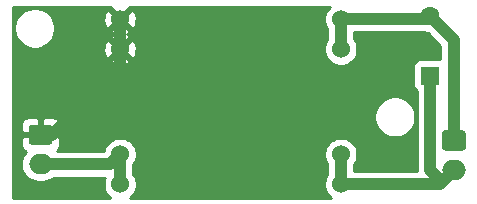
<source format=gbr>
G04 #@! TF.GenerationSoftware,KiCad,Pcbnew,5.1.5-52549c5~84~ubuntu18.04.1*
G04 #@! TF.CreationDate,2020-02-24T15:44:40+01:00*
G04 #@! TF.ProjectId,osat_dcdc_board,6f736174-5f64-4636-9463-5f626f617264,rev?*
G04 #@! TF.SameCoordinates,Original*
G04 #@! TF.FileFunction,Copper,L2,Bot*
G04 #@! TF.FilePolarity,Positive*
%FSLAX46Y46*%
G04 Gerber Fmt 4.6, Leading zero omitted, Abs format (unit mm)*
G04 Created by KiCad (PCBNEW 5.1.5-52549c5~84~ubuntu18.04.1) date 2020-02-24 15:44:40*
%MOMM*%
%LPD*%
G04 APERTURE LIST*
%ADD10C,0.100000*%
%ADD11O,2.000000X1.700000*%
%ADD12C,1.524000*%
%ADD13R,1.600000X1.600000*%
%ADD14C,1.600000*%
%ADD15C,1.000000*%
%ADD16C,0.254000*%
G04 APERTURE END LIST*
G04 #@! TA.AperFunction,ComponentPad*
D10*
G36*
X125774504Y-109151204D02*
G01*
X125798773Y-109154804D01*
X125822571Y-109160765D01*
X125845671Y-109169030D01*
X125867849Y-109179520D01*
X125888893Y-109192133D01*
X125908598Y-109206747D01*
X125926777Y-109223223D01*
X125943253Y-109241402D01*
X125957867Y-109261107D01*
X125970480Y-109282151D01*
X125980970Y-109304329D01*
X125989235Y-109327429D01*
X125995196Y-109351227D01*
X125998796Y-109375496D01*
X126000000Y-109400000D01*
X126000000Y-110600000D01*
X125998796Y-110624504D01*
X125995196Y-110648773D01*
X125989235Y-110672571D01*
X125980970Y-110695671D01*
X125970480Y-110717849D01*
X125957867Y-110738893D01*
X125943253Y-110758598D01*
X125926777Y-110776777D01*
X125908598Y-110793253D01*
X125888893Y-110807867D01*
X125867849Y-110820480D01*
X125845671Y-110830970D01*
X125822571Y-110839235D01*
X125798773Y-110845196D01*
X125774504Y-110848796D01*
X125750000Y-110850000D01*
X124250000Y-110850000D01*
X124225496Y-110848796D01*
X124201227Y-110845196D01*
X124177429Y-110839235D01*
X124154329Y-110830970D01*
X124132151Y-110820480D01*
X124111107Y-110807867D01*
X124091402Y-110793253D01*
X124073223Y-110776777D01*
X124056747Y-110758598D01*
X124042133Y-110738893D01*
X124029520Y-110717849D01*
X124019030Y-110695671D01*
X124010765Y-110672571D01*
X124004804Y-110648773D01*
X124001204Y-110624504D01*
X124000000Y-110600000D01*
X124000000Y-109400000D01*
X124001204Y-109375496D01*
X124004804Y-109351227D01*
X124010765Y-109327429D01*
X124019030Y-109304329D01*
X124029520Y-109282151D01*
X124042133Y-109261107D01*
X124056747Y-109241402D01*
X124073223Y-109223223D01*
X124091402Y-109206747D01*
X124111107Y-109192133D01*
X124132151Y-109179520D01*
X124154329Y-109169030D01*
X124177429Y-109160765D01*
X124201227Y-109154804D01*
X124225496Y-109151204D01*
X124250000Y-109150000D01*
X125750000Y-109150000D01*
X125774504Y-109151204D01*
G37*
G04 #@! TD.AperFunction*
D11*
X125000000Y-112500000D03*
X160000000Y-113000000D03*
G04 #@! TA.AperFunction,ComponentPad*
D10*
G36*
X160774504Y-109651204D02*
G01*
X160798773Y-109654804D01*
X160822571Y-109660765D01*
X160845671Y-109669030D01*
X160867849Y-109679520D01*
X160888893Y-109692133D01*
X160908598Y-109706747D01*
X160926777Y-109723223D01*
X160943253Y-109741402D01*
X160957867Y-109761107D01*
X160970480Y-109782151D01*
X160980970Y-109804329D01*
X160989235Y-109827429D01*
X160995196Y-109851227D01*
X160998796Y-109875496D01*
X161000000Y-109900000D01*
X161000000Y-111100000D01*
X160998796Y-111124504D01*
X160995196Y-111148773D01*
X160989235Y-111172571D01*
X160980970Y-111195671D01*
X160970480Y-111217849D01*
X160957867Y-111238893D01*
X160943253Y-111258598D01*
X160926777Y-111276777D01*
X160908598Y-111293253D01*
X160888893Y-111307867D01*
X160867849Y-111320480D01*
X160845671Y-111330970D01*
X160822571Y-111339235D01*
X160798773Y-111345196D01*
X160774504Y-111348796D01*
X160750000Y-111350000D01*
X159250000Y-111350000D01*
X159225496Y-111348796D01*
X159201227Y-111345196D01*
X159177429Y-111339235D01*
X159154329Y-111330970D01*
X159132151Y-111320480D01*
X159111107Y-111307867D01*
X159091402Y-111293253D01*
X159073223Y-111276777D01*
X159056747Y-111258598D01*
X159042133Y-111238893D01*
X159029520Y-111217849D01*
X159019030Y-111195671D01*
X159010765Y-111172571D01*
X159004804Y-111148773D01*
X159001204Y-111124504D01*
X159000000Y-111100000D01*
X159000000Y-109900000D01*
X159001204Y-109875496D01*
X159004804Y-109851227D01*
X159010765Y-109827429D01*
X159019030Y-109804329D01*
X159029520Y-109782151D01*
X159042133Y-109761107D01*
X159056747Y-109741402D01*
X159073223Y-109723223D01*
X159091402Y-109706747D01*
X159111107Y-109692133D01*
X159132151Y-109679520D01*
X159154329Y-109669030D01*
X159177429Y-109660765D01*
X159201227Y-109654804D01*
X159225496Y-109651204D01*
X159250000Y-109650000D01*
X160750000Y-109650000D01*
X160774504Y-109651204D01*
G37*
G04 #@! TD.AperFunction*
D12*
X131731962Y-100220001D03*
X131731962Y-102760001D03*
X131731962Y-111660001D03*
X131731962Y-114200001D03*
X150431962Y-100220001D03*
X150431962Y-102760001D03*
X150431962Y-111660001D03*
X150431962Y-114200001D03*
D13*
X158000000Y-105000000D03*
D14*
X158000000Y-100000000D03*
D15*
X131731962Y-102760001D02*
X131731962Y-100220001D01*
X131731962Y-104268038D02*
X131731962Y-103837631D01*
X131731962Y-103837631D02*
X131731962Y-102760001D01*
X126000000Y-110000000D02*
X131731962Y-104268038D01*
X125000000Y-110000000D02*
X126000000Y-110000000D01*
X131731962Y-114200001D02*
X131731962Y-111660001D01*
X130891963Y-112500000D02*
X131731962Y-111660001D01*
X125000000Y-112500000D02*
X130891963Y-112500000D01*
X150431962Y-114200001D02*
X158799999Y-114200001D01*
X158000000Y-113000000D02*
X159000000Y-114000000D01*
X158000000Y-105000000D02*
X158000000Y-113000000D01*
X158799999Y-114200001D02*
X159000000Y-114000000D01*
X159000000Y-114000000D02*
X160000000Y-113000000D01*
X150431962Y-114200001D02*
X150431962Y-111660001D01*
X160000000Y-102000000D02*
X158000000Y-100000000D01*
X160000000Y-110500000D02*
X160000000Y-102000000D01*
X157779999Y-100220001D02*
X158000000Y-100000000D01*
X150431962Y-100220001D02*
X157779999Y-100220001D01*
X150431962Y-102760001D02*
X150431962Y-100220001D01*
D16*
G36*
X130946002Y-99254436D02*
G01*
X131731962Y-100040396D01*
X132517922Y-99254436D01*
X132491576Y-99160000D01*
X149516308Y-99160000D01*
X149346842Y-99329466D01*
X149193957Y-99558274D01*
X149088648Y-99812511D01*
X149034962Y-100082409D01*
X149034962Y-100357593D01*
X149088648Y-100627491D01*
X149193957Y-100881728D01*
X149296963Y-101035886D01*
X149296962Y-101944116D01*
X149193957Y-102098274D01*
X149088648Y-102352511D01*
X149034962Y-102622409D01*
X149034962Y-102897593D01*
X149088648Y-103167491D01*
X149193957Y-103421728D01*
X149346842Y-103650536D01*
X149541427Y-103845121D01*
X149770235Y-103998006D01*
X150024472Y-104103315D01*
X150294370Y-104157001D01*
X150569554Y-104157001D01*
X150839452Y-104103315D01*
X151093689Y-103998006D01*
X151322497Y-103845121D01*
X151517082Y-103650536D01*
X151669967Y-103421728D01*
X151775276Y-103167491D01*
X151828962Y-102897593D01*
X151828962Y-102622409D01*
X151775276Y-102352511D01*
X151669967Y-102098274D01*
X151566962Y-101944117D01*
X151566962Y-101355001D01*
X157521428Y-101355001D01*
X157581426Y-101379853D01*
X157822718Y-101427850D01*
X158865001Y-102470133D01*
X158865001Y-103568330D01*
X158800000Y-103561928D01*
X157200000Y-103561928D01*
X157075518Y-103574188D01*
X156955820Y-103610498D01*
X156845506Y-103669463D01*
X156748815Y-103748815D01*
X156669463Y-103845506D01*
X156610498Y-103955820D01*
X156574188Y-104075518D01*
X156561928Y-104200000D01*
X156561928Y-105800000D01*
X156574188Y-105924482D01*
X156610498Y-106044180D01*
X156669463Y-106154494D01*
X156748815Y-106251185D01*
X156845506Y-106330537D01*
X156865000Y-106340957D01*
X156865001Y-112944239D01*
X156859509Y-113000000D01*
X156865911Y-113065001D01*
X151566962Y-113065001D01*
X151566962Y-112475885D01*
X151669967Y-112321728D01*
X151775276Y-112067491D01*
X151828962Y-111797593D01*
X151828962Y-111522409D01*
X151775276Y-111252511D01*
X151669967Y-110998274D01*
X151517082Y-110769466D01*
X151322497Y-110574881D01*
X151093689Y-110421996D01*
X150839452Y-110316687D01*
X150569554Y-110263001D01*
X150294370Y-110263001D01*
X150024472Y-110316687D01*
X149770235Y-110421996D01*
X149541427Y-110574881D01*
X149346842Y-110769466D01*
X149193957Y-110998274D01*
X149088648Y-111252511D01*
X149034962Y-111522409D01*
X149034962Y-111797593D01*
X149088648Y-112067491D01*
X149193957Y-112321728D01*
X149296963Y-112475886D01*
X149296962Y-113384116D01*
X149193957Y-113538274D01*
X149088648Y-113792511D01*
X149034962Y-114062409D01*
X149034962Y-114337593D01*
X149088648Y-114607491D01*
X149193957Y-114861728D01*
X149346842Y-115090536D01*
X149541427Y-115285121D01*
X149623559Y-115340000D01*
X132540365Y-115340000D01*
X132622497Y-115285121D01*
X132817082Y-115090536D01*
X132969967Y-114861728D01*
X133075276Y-114607491D01*
X133128962Y-114337593D01*
X133128962Y-114062409D01*
X133075276Y-113792511D01*
X132969967Y-113538274D01*
X132866962Y-113384117D01*
X132866962Y-112475885D01*
X132969967Y-112321728D01*
X133075276Y-112067491D01*
X133128962Y-111797593D01*
X133128962Y-111522409D01*
X133075276Y-111252511D01*
X132969967Y-110998274D01*
X132817082Y-110769466D01*
X132622497Y-110574881D01*
X132393689Y-110421996D01*
X132139452Y-110316687D01*
X131869554Y-110263001D01*
X131594370Y-110263001D01*
X131324472Y-110316687D01*
X131070235Y-110421996D01*
X130841427Y-110574881D01*
X130646842Y-110769466D01*
X130493957Y-110998274D01*
X130388648Y-111252511D01*
X130366273Y-111365000D01*
X126373426Y-111365000D01*
X126451185Y-111301185D01*
X126530537Y-111204494D01*
X126589502Y-111094180D01*
X126625812Y-110974482D01*
X126638072Y-110850000D01*
X126635000Y-110285750D01*
X126476250Y-110127000D01*
X125127000Y-110127000D01*
X125127000Y-110147000D01*
X124873000Y-110147000D01*
X124873000Y-110127000D01*
X123523750Y-110127000D01*
X123365000Y-110285750D01*
X123361928Y-110850000D01*
X123374188Y-110974482D01*
X123410498Y-111094180D01*
X123469463Y-111204494D01*
X123548815Y-111301185D01*
X123645506Y-111380537D01*
X123755820Y-111439502D01*
X123790608Y-111450055D01*
X123609294Y-111670986D01*
X123471401Y-111928966D01*
X123386487Y-112208889D01*
X123357815Y-112500000D01*
X123386487Y-112791111D01*
X123471401Y-113071034D01*
X123609294Y-113329014D01*
X123794866Y-113555134D01*
X124020986Y-113740706D01*
X124278966Y-113878599D01*
X124558889Y-113963513D01*
X124777050Y-113985000D01*
X125222950Y-113985000D01*
X125441111Y-113963513D01*
X125721034Y-113878599D01*
X125979014Y-113740706D01*
X126107817Y-113635000D01*
X130453892Y-113635000D01*
X130388648Y-113792511D01*
X130334962Y-114062409D01*
X130334962Y-114337593D01*
X130388648Y-114607491D01*
X130493957Y-114861728D01*
X130646842Y-115090536D01*
X130841427Y-115285121D01*
X130923559Y-115340000D01*
X122660000Y-115340000D01*
X122660000Y-109150000D01*
X123361928Y-109150000D01*
X123365000Y-109714250D01*
X123523750Y-109873000D01*
X124873000Y-109873000D01*
X124873000Y-108673750D01*
X125127000Y-108673750D01*
X125127000Y-109873000D01*
X126476250Y-109873000D01*
X126635000Y-109714250D01*
X126638072Y-109150000D01*
X126625812Y-109025518D01*
X126589502Y-108905820D01*
X126530537Y-108795506D01*
X126451185Y-108698815D01*
X126354494Y-108619463D01*
X126244180Y-108560498D01*
X126124482Y-108524188D01*
X126000000Y-108511928D01*
X125285750Y-108515000D01*
X125127000Y-108673750D01*
X124873000Y-108673750D01*
X124714250Y-108515000D01*
X124000000Y-108511928D01*
X123875518Y-108524188D01*
X123755820Y-108560498D01*
X123645506Y-108619463D01*
X123548815Y-108698815D01*
X123469463Y-108795506D01*
X123410498Y-108905820D01*
X123374188Y-109025518D01*
X123361928Y-109150000D01*
X122660000Y-109150000D01*
X122660000Y-108329117D01*
X153265000Y-108329117D01*
X153265000Y-108670883D01*
X153331675Y-109006081D01*
X153462463Y-109321831D01*
X153652337Y-109605998D01*
X153894002Y-109847663D01*
X154178169Y-110037537D01*
X154493919Y-110168325D01*
X154829117Y-110235000D01*
X155170883Y-110235000D01*
X155506081Y-110168325D01*
X155821831Y-110037537D01*
X156105998Y-109847663D01*
X156347663Y-109605998D01*
X156537537Y-109321831D01*
X156668325Y-109006081D01*
X156735000Y-108670883D01*
X156735000Y-108329117D01*
X156668325Y-107993919D01*
X156537537Y-107678169D01*
X156347663Y-107394002D01*
X156105998Y-107152337D01*
X155821831Y-106962463D01*
X155506081Y-106831675D01*
X155170883Y-106765000D01*
X154829117Y-106765000D01*
X154493919Y-106831675D01*
X154178169Y-106962463D01*
X153894002Y-107152337D01*
X153652337Y-107394002D01*
X153462463Y-107678169D01*
X153331675Y-107993919D01*
X153265000Y-108329117D01*
X122660000Y-108329117D01*
X122660000Y-103725566D01*
X130946002Y-103725566D01*
X131012982Y-103965657D01*
X131262010Y-104082757D01*
X131529097Y-104149024D01*
X131803979Y-104161911D01*
X132076095Y-104120923D01*
X132334985Y-104027637D01*
X132450942Y-103965657D01*
X132517922Y-103725566D01*
X131731962Y-102939606D01*
X130946002Y-103725566D01*
X122660000Y-103725566D01*
X122660000Y-102832018D01*
X130330052Y-102832018D01*
X130371040Y-103104134D01*
X130464326Y-103363024D01*
X130526306Y-103478981D01*
X130766397Y-103545961D01*
X131552357Y-102760001D01*
X131911567Y-102760001D01*
X132697527Y-103545961D01*
X132937618Y-103478981D01*
X133054718Y-103229953D01*
X133120985Y-102962866D01*
X133133872Y-102687984D01*
X133092884Y-102415868D01*
X132999598Y-102156978D01*
X132937618Y-102041021D01*
X132697527Y-101974041D01*
X131911567Y-102760001D01*
X131552357Y-102760001D01*
X130766397Y-101974041D01*
X130526306Y-102041021D01*
X130409206Y-102290049D01*
X130342939Y-102557136D01*
X130330052Y-102832018D01*
X122660000Y-102832018D01*
X122660000Y-100829117D01*
X122765000Y-100829117D01*
X122765000Y-101170883D01*
X122831675Y-101506081D01*
X122962463Y-101821831D01*
X123152337Y-102105998D01*
X123394002Y-102347663D01*
X123678169Y-102537537D01*
X123993919Y-102668325D01*
X124329117Y-102735000D01*
X124670883Y-102735000D01*
X125006081Y-102668325D01*
X125321831Y-102537537D01*
X125605998Y-102347663D01*
X125847663Y-102105998D01*
X126037537Y-101821831D01*
X126168325Y-101506081D01*
X126232079Y-101185566D01*
X130946002Y-101185566D01*
X131012982Y-101425657D01*
X131143606Y-101487080D01*
X131128939Y-101492365D01*
X131012982Y-101554345D01*
X130946002Y-101794436D01*
X131731962Y-102580396D01*
X132517922Y-101794436D01*
X132450942Y-101554345D01*
X132320318Y-101492922D01*
X132334985Y-101487637D01*
X132450942Y-101425657D01*
X132517922Y-101185566D01*
X131731962Y-100399606D01*
X130946002Y-101185566D01*
X126232079Y-101185566D01*
X126235000Y-101170883D01*
X126235000Y-100829117D01*
X126168325Y-100493919D01*
X126084695Y-100292018D01*
X130330052Y-100292018D01*
X130371040Y-100564134D01*
X130464326Y-100823024D01*
X130526306Y-100938981D01*
X130766397Y-101005961D01*
X131552357Y-100220001D01*
X131911567Y-100220001D01*
X132697527Y-101005961D01*
X132937618Y-100938981D01*
X133054718Y-100689953D01*
X133120985Y-100422866D01*
X133133872Y-100147984D01*
X133092884Y-99875868D01*
X132999598Y-99616978D01*
X132937618Y-99501021D01*
X132697527Y-99434041D01*
X131911567Y-100220001D01*
X131552357Y-100220001D01*
X130766397Y-99434041D01*
X130526306Y-99501021D01*
X130409206Y-99750049D01*
X130342939Y-100017136D01*
X130330052Y-100292018D01*
X126084695Y-100292018D01*
X126037537Y-100178169D01*
X125847663Y-99894002D01*
X125605998Y-99652337D01*
X125321831Y-99462463D01*
X125006081Y-99331675D01*
X124670883Y-99265000D01*
X124329117Y-99265000D01*
X123993919Y-99331675D01*
X123678169Y-99462463D01*
X123394002Y-99652337D01*
X123152337Y-99894002D01*
X122962463Y-100178169D01*
X122831675Y-100493919D01*
X122765000Y-100829117D01*
X122660000Y-100829117D01*
X122660000Y-99160000D01*
X130972348Y-99160000D01*
X130946002Y-99254436D01*
G37*
X130946002Y-99254436D02*
X131731962Y-100040396D01*
X132517922Y-99254436D01*
X132491576Y-99160000D01*
X149516308Y-99160000D01*
X149346842Y-99329466D01*
X149193957Y-99558274D01*
X149088648Y-99812511D01*
X149034962Y-100082409D01*
X149034962Y-100357593D01*
X149088648Y-100627491D01*
X149193957Y-100881728D01*
X149296963Y-101035886D01*
X149296962Y-101944116D01*
X149193957Y-102098274D01*
X149088648Y-102352511D01*
X149034962Y-102622409D01*
X149034962Y-102897593D01*
X149088648Y-103167491D01*
X149193957Y-103421728D01*
X149346842Y-103650536D01*
X149541427Y-103845121D01*
X149770235Y-103998006D01*
X150024472Y-104103315D01*
X150294370Y-104157001D01*
X150569554Y-104157001D01*
X150839452Y-104103315D01*
X151093689Y-103998006D01*
X151322497Y-103845121D01*
X151517082Y-103650536D01*
X151669967Y-103421728D01*
X151775276Y-103167491D01*
X151828962Y-102897593D01*
X151828962Y-102622409D01*
X151775276Y-102352511D01*
X151669967Y-102098274D01*
X151566962Y-101944117D01*
X151566962Y-101355001D01*
X157521428Y-101355001D01*
X157581426Y-101379853D01*
X157822718Y-101427850D01*
X158865001Y-102470133D01*
X158865001Y-103568330D01*
X158800000Y-103561928D01*
X157200000Y-103561928D01*
X157075518Y-103574188D01*
X156955820Y-103610498D01*
X156845506Y-103669463D01*
X156748815Y-103748815D01*
X156669463Y-103845506D01*
X156610498Y-103955820D01*
X156574188Y-104075518D01*
X156561928Y-104200000D01*
X156561928Y-105800000D01*
X156574188Y-105924482D01*
X156610498Y-106044180D01*
X156669463Y-106154494D01*
X156748815Y-106251185D01*
X156845506Y-106330537D01*
X156865000Y-106340957D01*
X156865001Y-112944239D01*
X156859509Y-113000000D01*
X156865911Y-113065001D01*
X151566962Y-113065001D01*
X151566962Y-112475885D01*
X151669967Y-112321728D01*
X151775276Y-112067491D01*
X151828962Y-111797593D01*
X151828962Y-111522409D01*
X151775276Y-111252511D01*
X151669967Y-110998274D01*
X151517082Y-110769466D01*
X151322497Y-110574881D01*
X151093689Y-110421996D01*
X150839452Y-110316687D01*
X150569554Y-110263001D01*
X150294370Y-110263001D01*
X150024472Y-110316687D01*
X149770235Y-110421996D01*
X149541427Y-110574881D01*
X149346842Y-110769466D01*
X149193957Y-110998274D01*
X149088648Y-111252511D01*
X149034962Y-111522409D01*
X149034962Y-111797593D01*
X149088648Y-112067491D01*
X149193957Y-112321728D01*
X149296963Y-112475886D01*
X149296962Y-113384116D01*
X149193957Y-113538274D01*
X149088648Y-113792511D01*
X149034962Y-114062409D01*
X149034962Y-114337593D01*
X149088648Y-114607491D01*
X149193957Y-114861728D01*
X149346842Y-115090536D01*
X149541427Y-115285121D01*
X149623559Y-115340000D01*
X132540365Y-115340000D01*
X132622497Y-115285121D01*
X132817082Y-115090536D01*
X132969967Y-114861728D01*
X133075276Y-114607491D01*
X133128962Y-114337593D01*
X133128962Y-114062409D01*
X133075276Y-113792511D01*
X132969967Y-113538274D01*
X132866962Y-113384117D01*
X132866962Y-112475885D01*
X132969967Y-112321728D01*
X133075276Y-112067491D01*
X133128962Y-111797593D01*
X133128962Y-111522409D01*
X133075276Y-111252511D01*
X132969967Y-110998274D01*
X132817082Y-110769466D01*
X132622497Y-110574881D01*
X132393689Y-110421996D01*
X132139452Y-110316687D01*
X131869554Y-110263001D01*
X131594370Y-110263001D01*
X131324472Y-110316687D01*
X131070235Y-110421996D01*
X130841427Y-110574881D01*
X130646842Y-110769466D01*
X130493957Y-110998274D01*
X130388648Y-111252511D01*
X130366273Y-111365000D01*
X126373426Y-111365000D01*
X126451185Y-111301185D01*
X126530537Y-111204494D01*
X126589502Y-111094180D01*
X126625812Y-110974482D01*
X126638072Y-110850000D01*
X126635000Y-110285750D01*
X126476250Y-110127000D01*
X125127000Y-110127000D01*
X125127000Y-110147000D01*
X124873000Y-110147000D01*
X124873000Y-110127000D01*
X123523750Y-110127000D01*
X123365000Y-110285750D01*
X123361928Y-110850000D01*
X123374188Y-110974482D01*
X123410498Y-111094180D01*
X123469463Y-111204494D01*
X123548815Y-111301185D01*
X123645506Y-111380537D01*
X123755820Y-111439502D01*
X123790608Y-111450055D01*
X123609294Y-111670986D01*
X123471401Y-111928966D01*
X123386487Y-112208889D01*
X123357815Y-112500000D01*
X123386487Y-112791111D01*
X123471401Y-113071034D01*
X123609294Y-113329014D01*
X123794866Y-113555134D01*
X124020986Y-113740706D01*
X124278966Y-113878599D01*
X124558889Y-113963513D01*
X124777050Y-113985000D01*
X125222950Y-113985000D01*
X125441111Y-113963513D01*
X125721034Y-113878599D01*
X125979014Y-113740706D01*
X126107817Y-113635000D01*
X130453892Y-113635000D01*
X130388648Y-113792511D01*
X130334962Y-114062409D01*
X130334962Y-114337593D01*
X130388648Y-114607491D01*
X130493957Y-114861728D01*
X130646842Y-115090536D01*
X130841427Y-115285121D01*
X130923559Y-115340000D01*
X122660000Y-115340000D01*
X122660000Y-109150000D01*
X123361928Y-109150000D01*
X123365000Y-109714250D01*
X123523750Y-109873000D01*
X124873000Y-109873000D01*
X124873000Y-108673750D01*
X125127000Y-108673750D01*
X125127000Y-109873000D01*
X126476250Y-109873000D01*
X126635000Y-109714250D01*
X126638072Y-109150000D01*
X126625812Y-109025518D01*
X126589502Y-108905820D01*
X126530537Y-108795506D01*
X126451185Y-108698815D01*
X126354494Y-108619463D01*
X126244180Y-108560498D01*
X126124482Y-108524188D01*
X126000000Y-108511928D01*
X125285750Y-108515000D01*
X125127000Y-108673750D01*
X124873000Y-108673750D01*
X124714250Y-108515000D01*
X124000000Y-108511928D01*
X123875518Y-108524188D01*
X123755820Y-108560498D01*
X123645506Y-108619463D01*
X123548815Y-108698815D01*
X123469463Y-108795506D01*
X123410498Y-108905820D01*
X123374188Y-109025518D01*
X123361928Y-109150000D01*
X122660000Y-109150000D01*
X122660000Y-108329117D01*
X153265000Y-108329117D01*
X153265000Y-108670883D01*
X153331675Y-109006081D01*
X153462463Y-109321831D01*
X153652337Y-109605998D01*
X153894002Y-109847663D01*
X154178169Y-110037537D01*
X154493919Y-110168325D01*
X154829117Y-110235000D01*
X155170883Y-110235000D01*
X155506081Y-110168325D01*
X155821831Y-110037537D01*
X156105998Y-109847663D01*
X156347663Y-109605998D01*
X156537537Y-109321831D01*
X156668325Y-109006081D01*
X156735000Y-108670883D01*
X156735000Y-108329117D01*
X156668325Y-107993919D01*
X156537537Y-107678169D01*
X156347663Y-107394002D01*
X156105998Y-107152337D01*
X155821831Y-106962463D01*
X155506081Y-106831675D01*
X155170883Y-106765000D01*
X154829117Y-106765000D01*
X154493919Y-106831675D01*
X154178169Y-106962463D01*
X153894002Y-107152337D01*
X153652337Y-107394002D01*
X153462463Y-107678169D01*
X153331675Y-107993919D01*
X153265000Y-108329117D01*
X122660000Y-108329117D01*
X122660000Y-103725566D01*
X130946002Y-103725566D01*
X131012982Y-103965657D01*
X131262010Y-104082757D01*
X131529097Y-104149024D01*
X131803979Y-104161911D01*
X132076095Y-104120923D01*
X132334985Y-104027637D01*
X132450942Y-103965657D01*
X132517922Y-103725566D01*
X131731962Y-102939606D01*
X130946002Y-103725566D01*
X122660000Y-103725566D01*
X122660000Y-102832018D01*
X130330052Y-102832018D01*
X130371040Y-103104134D01*
X130464326Y-103363024D01*
X130526306Y-103478981D01*
X130766397Y-103545961D01*
X131552357Y-102760001D01*
X131911567Y-102760001D01*
X132697527Y-103545961D01*
X132937618Y-103478981D01*
X133054718Y-103229953D01*
X133120985Y-102962866D01*
X133133872Y-102687984D01*
X133092884Y-102415868D01*
X132999598Y-102156978D01*
X132937618Y-102041021D01*
X132697527Y-101974041D01*
X131911567Y-102760001D01*
X131552357Y-102760001D01*
X130766397Y-101974041D01*
X130526306Y-102041021D01*
X130409206Y-102290049D01*
X130342939Y-102557136D01*
X130330052Y-102832018D01*
X122660000Y-102832018D01*
X122660000Y-100829117D01*
X122765000Y-100829117D01*
X122765000Y-101170883D01*
X122831675Y-101506081D01*
X122962463Y-101821831D01*
X123152337Y-102105998D01*
X123394002Y-102347663D01*
X123678169Y-102537537D01*
X123993919Y-102668325D01*
X124329117Y-102735000D01*
X124670883Y-102735000D01*
X125006081Y-102668325D01*
X125321831Y-102537537D01*
X125605998Y-102347663D01*
X125847663Y-102105998D01*
X126037537Y-101821831D01*
X126168325Y-101506081D01*
X126232079Y-101185566D01*
X130946002Y-101185566D01*
X131012982Y-101425657D01*
X131143606Y-101487080D01*
X131128939Y-101492365D01*
X131012982Y-101554345D01*
X130946002Y-101794436D01*
X131731962Y-102580396D01*
X132517922Y-101794436D01*
X132450942Y-101554345D01*
X132320318Y-101492922D01*
X132334985Y-101487637D01*
X132450942Y-101425657D01*
X132517922Y-101185566D01*
X131731962Y-100399606D01*
X130946002Y-101185566D01*
X126232079Y-101185566D01*
X126235000Y-101170883D01*
X126235000Y-100829117D01*
X126168325Y-100493919D01*
X126084695Y-100292018D01*
X130330052Y-100292018D01*
X130371040Y-100564134D01*
X130464326Y-100823024D01*
X130526306Y-100938981D01*
X130766397Y-101005961D01*
X131552357Y-100220001D01*
X131911567Y-100220001D01*
X132697527Y-101005961D01*
X132937618Y-100938981D01*
X133054718Y-100689953D01*
X133120985Y-100422866D01*
X133133872Y-100147984D01*
X133092884Y-99875868D01*
X132999598Y-99616978D01*
X132937618Y-99501021D01*
X132697527Y-99434041D01*
X131911567Y-100220001D01*
X131552357Y-100220001D01*
X130766397Y-99434041D01*
X130526306Y-99501021D01*
X130409206Y-99750049D01*
X130342939Y-100017136D01*
X130330052Y-100292018D01*
X126084695Y-100292018D01*
X126037537Y-100178169D01*
X125847663Y-99894002D01*
X125605998Y-99652337D01*
X125321831Y-99462463D01*
X125006081Y-99331675D01*
X124670883Y-99265000D01*
X124329117Y-99265000D01*
X123993919Y-99331675D01*
X123678169Y-99462463D01*
X123394002Y-99652337D01*
X123152337Y-99894002D01*
X122962463Y-100178169D01*
X122831675Y-100493919D01*
X122765000Y-100829117D01*
X122660000Y-100829117D01*
X122660000Y-99160000D01*
X130972348Y-99160000D01*
X130946002Y-99254436D01*
M02*

</source>
